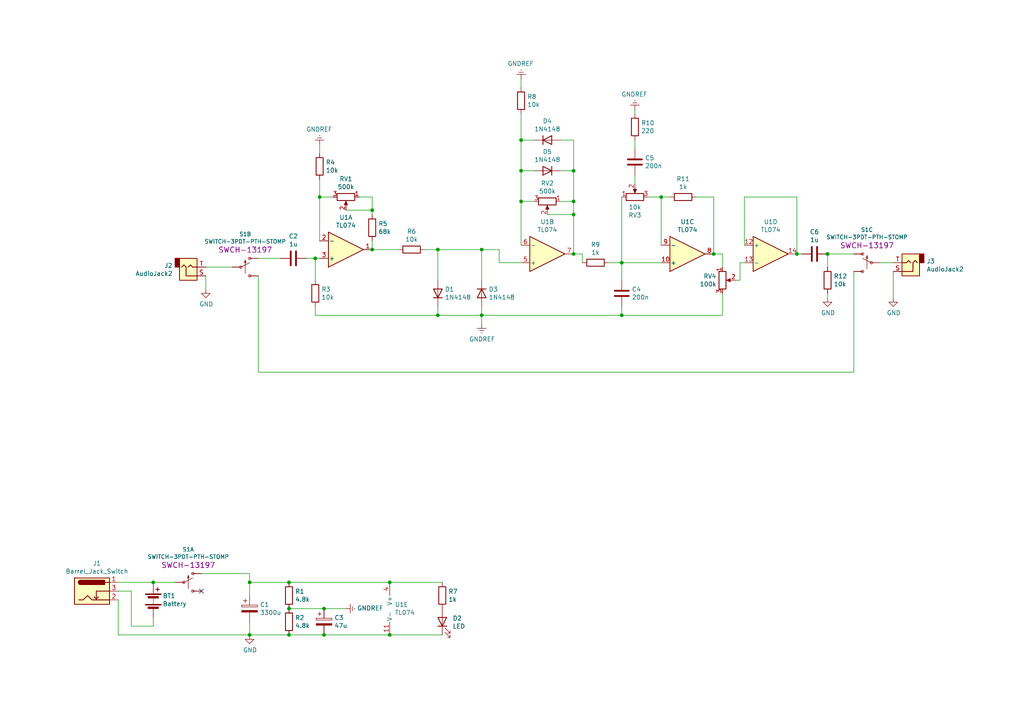
<source format=kicad_sch>
(kicad_sch (version 20230121) (generator eeschema)
  (paper "A4")
  (lib_symbols
    (symbol "Amplifier_Operational:TL074" (pin_names (offset 0.127))
      (property "Reference" "U" (at 0 5.08 0))
      (property "Value" "TL074" (at 0 -5.08 0))
      (symbol "TL074_1_1"
        (polyline (pts (xy -5.08 5.08) (xy 5.08 0) (xy -5.08 -5.08) (xy -5.08 5.08)) (stroke (width 0.254)) (fill (type background)))
        (pin output line (at 7.62 0 180) (length 2.54) (name "~") (number "1"))
        (pin input line (at -7.62 -2.54 0) (length 2.54) (name "-") (number "2"))
        (pin input line (at -7.62 2.54 0) (length 2.54) (name "+") (number "3"))
      )
      (symbol "TL074_2_1"
        (polyline (pts (xy -5.08 5.08) (xy 5.08 0) (xy -5.08 -5.08) (xy -5.08 5.08)) (stroke (width 0.254)) (fill (type background)))
        (pin input line (at -7.62 2.54 0) (length 2.54) (name "+") (number "5"))
        (pin input line (at -7.62 -2.54 0) (length 2.54) (name "-") (number "6"))
        (pin output line (at 7.62 0 180) (length 2.54) (name "~") (number "7"))
      )
      (symbol "TL074_3_1"
        (polyline (pts (xy -5.08 5.08) (xy 5.08 0) (xy -5.08 -5.08) (xy -5.08 5.08)) (stroke (width 0.254)) (fill (type background)))
        (pin input line (at -7.62 2.54 0) (length 2.54) (name "+") (number "10"))
        (pin output line (at 7.62 0 180) (length 2.54) (name "~") (number "8"))
        (pin input line (at -7.62 -2.54 0) (length 2.54) (name "-") (number "9"))
      )
      (symbol "TL074_4_1"
        (polyline (pts (xy -5.08 5.08) (xy 5.08 0) (xy -5.08 -5.08) (xy -5.08 5.08)) (stroke (width 0.254)) (fill (type background)))
        (pin input line (at -7.62 2.54 0) (length 2.54) (name "+") (number "12"))
        (pin input line (at -7.62 -2.54 0) (length 2.54) (name "-") (number "13"))
        (pin output line (at 7.62 0 180) (length 2.54) (name "~") (number "14"))
      )
      (symbol "TL074_5_1"
        (pin power_in line (at -2.54 -7.62 90) (length 3.81) (name "V-") (number "11"))
        (pin power_in line (at -2.54 7.62 270) (length 3.81) (name "V+") (number "4"))
      )
    )
    (symbol "Connector:Barrel_Jack_Switch" (pin_names hide)
      (property "Reference" "J" (at 0 5.334 0))
      (property "Value" "Barrel_Jack_Switch" (at 0 -5.08 0))
      (symbol "Barrel_Jack_Switch_0_1"
        (rectangle (start -5.08 3.81) (end 5.08 -3.81) (stroke (width 0.254)) (fill (type background)))
        (arc (start -3.302 3.175) (mid -3.9343 2.54) (end -3.302 1.905) (stroke (width 0.254)))
        (arc (start -3.302 3.175) (mid -3.9343 2.54) (end -3.302 1.905) (stroke (width 0.254)) (fill (type outline)))
        (polyline (pts (xy 1.27 -2.286) (xy 1.905 -1.651)) (stroke (width 0.254)))
        (polyline (pts (xy 5.08 2.54) (xy 3.81 2.54)) (stroke (width 0.254)))
        (polyline (pts (xy 5.08 0) (xy 1.27 0) (xy 1.27 -2.286) (xy 0.635 -1.651)) (stroke (width 0.254)))
        (polyline (pts (xy -3.81 -2.54) (xy -2.54 -2.54) (xy -1.27 -1.27) (xy 0 -2.54) (xy 2.54 -2.54) (xy 5.08 -2.54)) (stroke (width 0.254)))
        (rectangle (start 3.683 3.175) (end -3.302 1.905) (stroke (width 0.254)) (fill (type outline)))
      )
      (symbol "Barrel_Jack_Switch_1_1"
        (pin passive line (at 7.62 2.54 180) (length 2.54) (name "~") (number "1"))
        (pin passive line (at 7.62 -2.54 180) (length 2.54) (name "~") (number "2"))
        (pin passive line (at 7.62 0 180) (length 2.54) (name "~") (number "3"))
      )
    )
    (symbol "Device:Battery" (pin_numbers hide) (pin_names (offset 0) hide)
      (property "Reference" "BT" (at 2.54 2.54 0))
      (property "Value" "Battery" (at 2.54 0 0))
      (symbol "Battery_0_1"
        (rectangle (start -2.286 -1.27) (end 2.286 -1.524) (fill (type outline)))
        (rectangle (start -2.286 1.778) (end 2.286 1.524) (fill (type outline)))
        (rectangle (start -1.524 -2.032) (end 1.524 -2.54) (fill (type outline)))
        (rectangle (start -1.524 1.016) (end 1.524 0.508) (fill (type outline)))
        (polyline (pts (xy 0 -1.016) (xy 0 -0.762)))
        (polyline (pts (xy 0 -0.508) (xy 0 -0.254)))
        (polyline (pts (xy 0 0) (xy 0 0.254)))
        (polyline (pts (xy 0 1.778) (xy 0 2.54)))
        (polyline (pts (xy 0.762 3.048) (xy 1.778 3.048)) (stroke (width 0.254)))
        (polyline (pts (xy 1.27 3.556) (xy 1.27 2.54)) (stroke (width 0.254)))
      )
      (symbol "Battery_1_1"
        (pin passive line (at 0 5.08 270) (length 2.54) (name "+") (number "1"))
        (pin passive line (at 0 -5.08 90) (length 2.54) (name "-") (number "2"))
      )
    )
    (symbol "Device:C" (pin_numbers hide) (pin_names (offset 0.254))
      (property "Reference" "C" (at 0.635 2.54 0))
      (property "Value" "C" (at 0.635 -2.54 0))
      (symbol "C_0_1"
        (polyline (pts (xy -2.032 -0.762) (xy 2.032 -0.762)) (stroke (width 0.508)))
        (polyline (pts (xy -2.032 0.762) (xy 2.032 0.762)) (stroke (width 0.508)))
      )
      (symbol "C_1_1"
        (pin passive line (at 0 3.81 270) (length 2.794) (name "~") (number "1"))
        (pin passive line (at 0 -3.81 90) (length 2.794) (name "~") (number "2"))
      )
    )
    (symbol "Device:LED" (pin_numbers hide) (pin_names (offset 1.016) hide)
      (property "Reference" "D" (at 0 2.54 0))
      (property "Value" "LED" (at 0 -2.54 0))
      (symbol "LED_0_1"
        (polyline (pts (xy -1.27 -1.27) (xy -1.27 1.27)) (stroke (width 0.254)))
        (polyline (pts (xy -1.27 0) (xy 1.27 0)))
        (polyline (pts (xy 1.27 -1.27) (xy 1.27 1.27) (xy -1.27 0) (xy 1.27 -1.27)) (stroke (width 0.254)))
        (polyline (pts (xy -3.048 -0.762) (xy -4.572 -2.286) (xy -3.81 -2.286) (xy -4.572 -2.286) (xy -4.572 -1.524)))
        (polyline (pts (xy -1.778 -0.762) (xy -3.302 -2.286) (xy -2.54 -2.286) (xy -3.302 -2.286) (xy -3.302 -1.524)))
      )
      (symbol "LED_1_1"
        (pin passive line (at -3.81 0 0) (length 2.54) (name "K") (number "1"))
        (pin passive line (at 3.81 0 180) (length 2.54) (name "A") (number "2"))
      )
    )
    (symbol "Device:R" (pin_numbers hide) (pin_names (offset 0))
      (property "Reference" "R" (at 2.032 0 90))
      (property "Value" "R" (at 0 0 90))
      (symbol "R_0_1"
        (rectangle (start -1.016 -2.54) (end 1.016 2.54) (stroke (width 0.254)))
      )
      (symbol "R_1_1"
        (pin passive line (at 0 3.81 270) (length 1.27) (name "~") (number "1"))
        (pin passive line (at 0 -3.81 90) (length 1.27) (name "~") (number "2"))
      )
    )
    (symbol "Diode:1N4148" (pin_numbers hide) (pin_names hide)
      (property "Reference" "D" (at 0 2.54 0))
      (property "Value" "1N4148" (at 0 -2.54 0))
      (symbol "1N4148_0_1"
        (polyline (pts (xy -1.27 1.27) (xy -1.27 -1.27)) (stroke (width 0.254)))
        (polyline (pts (xy 1.27 0) (xy -1.27 0)))
        (polyline (pts (xy 1.27 1.27) (xy 1.27 -1.27) (xy -1.27 0) (xy 1.27 1.27)) (stroke (width 0.254)))
      )
      (symbol "1N4148_1_1"
        (pin passive line (at -3.81 0 0) (length 2.54) (name "K") (number "1"))
        (pin passive line (at 3.81 0 180) (length 2.54) (name "A") (number "2"))
      )
    )
    (symbol "diodedistortion-rescue:AudioJack2-Connector"
      (property "Reference" "J" (at 0 8.89 0))
      (property "Value" "Connector_AudioJack2" (at 0 6.35 0))
      (symbol "AudioJack2-Connector_0_1"
        (rectangle (start -3.81 0) (end -2.54 -2.54) (stroke (width 0.254)) (fill (type outline)))
        (rectangle (start -2.54 3.81) (end 2.54 -2.54) (stroke (width 0.254)) (fill (type background)))
        (polyline (pts (xy 0 0) (xy 0.635 -0.635) (xy 1.27 0) (xy 2.54 0)) (stroke (width 0.254)))
        (polyline (pts (xy 2.54 2.54) (xy -0.635 2.54) (xy -0.635 0) (xy -1.27 -0.635) (xy -1.905 0)) (stroke (width 0.254)))
      )
      (symbol "AudioJack2-Connector_1_1"
        (pin passive line (at 5.08 2.54 180) (length 2.54) (name "~") (number "S"))
        (pin passive line (at 5.08 0 180) (length 2.54) (name "~") (number "T"))
      )
    )
    (symbol "diodedistortion-rescue:CP-Device" (pin_numbers hide) (pin_names (offset 0.254))
      (property "Reference" "C" (at 0.635 2.54 0))
      (property "Value" "Device_CP" (at 0.635 -2.54 0))
      (symbol "CP-Device_0_1"
        (rectangle (start -2.286 0.508) (end 2.286 1.016))
        (polyline (pts (xy -1.778 2.286) (xy -0.762 2.286)))
        (polyline (pts (xy -1.27 2.794) (xy -1.27 1.778)))
        (rectangle (start 2.286 -0.508) (end -2.286 -1.016) (fill (type outline)))
      )
      (symbol "CP-Device_1_1"
        (pin passive line (at 0 3.81 270) (length 2.794) (name "~") (number "1"))
        (pin passive line (at 0 -3.81 90) (length 2.794) (name "~") (number "2"))
      )
    )
    (symbol "diodedistortion-rescue:R_POT-Device" (pin_names (offset 1.016) hide)
      (property "Reference" "RV" (at -4.445 0 90))
      (property "Value" "Device_R_POT" (at -2.54 0 90))
      (symbol "R_POT-Device_0_1"
        (polyline (pts (xy 2.54 0) (xy 1.524 0)))
        (polyline (pts (xy 1.143 0) (xy 2.286 0.508) (xy 2.286 -0.508) (xy 1.143 0)) (fill (type outline)))
        (rectangle (start 1.016 2.54) (end -1.016 -2.54) (stroke (width 0.254)))
      )
      (symbol "R_POT-Device_1_1"
        (pin passive line (at 0 3.81 270) (length 1.27) (name "1") (number "1"))
        (pin passive line (at 3.81 0 180) (length 1.27) (name "2") (number "2"))
        (pin passive line (at 0 -3.81 90) (length 1.27) (name "3") (number "3"))
      )
    )
    (symbol "diodedistortion-rescue:SWITCH-3PDT-PTH-STOMP-SparkFun-Switches" (pin_numbers hide) (pin_names (offset 1.016) hide)
      (property "Reference" "S" (at -5.08 3.81 0))
      (property "Value" "SparkFun-Switches_SWITCH-3PDT-PTH-STOMP" (at -5.08 -5.08 0))
      (property "Field4" "SWCH-13197" (at 0 7.62 0))
      (symbol "SWITCH-3PDT-PTH-STOMP-SparkFun-Switches_1_0"
        (polyline (pts (xy -2.54 0) (xy 0 1.27)))
        (polyline (pts (xy -1.27 -1.778) (xy -1.27 2.032)))
        (polyline (pts (xy 0 -2.54) (xy 0.635 -2.54)))
        (polyline (pts (xy 0 2.54) (xy 0.635 2.54)))
      )
      (symbol "SWITCH-3PDT-PTH-STOMP-SparkFun-Switches_1_1"
        (circle (center -2.54 0) (radius 0.3556))
        (circle (center 0 -2.54) (radius 0.3556))
        (polyline (pts (xy -1.27 2.032) (xy -1.524 1.27) (xy -1.016 1.27) (xy -1.27 2.032)) (fill (type background)))
        (circle (center 0 2.54) (radius 0.3556))
        (pin passive line (at 2.54 2.54 180) (length 2.54) (name "O") (number "P$1"))
        (pin passive line (at -5.08 0 0) (length 2.54) (name "P") (number "P$2"))
        (pin passive line (at 2.54 -2.54 180) (length 2.54) (name "S") (number "P$3"))
      )
      (symbol "SWITCH-3PDT-PTH-STOMP-SparkFun-Switches_2_0"
        (polyline (pts (xy -2.54 0) (xy 0 1.27)))
        (polyline (pts (xy -1.27 -1.778) (xy -1.27 2.032)))
        (polyline (pts (xy 0 -2.54) (xy 0.635 -2.54)))
        (polyline (pts (xy 0 2.54) (xy 0.635 2.54)))
      )
      (symbol "SWITCH-3PDT-PTH-STOMP-SparkFun-Switches_2_1"
        (circle (center -2.54 0) (radius 0.3556))
        (circle (center 0 -2.54) (radius 0.3556))
        (polyline (pts (xy -1.27 2.032) (xy -1.524 1.27) (xy -1.016 1.27) (xy -1.27 2.032)) (fill (type background)))
        (circle (center 0 2.54) (radius 0.3556))
        (pin passive line (at 2.54 2.54 180) (length 2.54) (name "O") (number "P$4"))
        (pin passive line (at -5.08 0 0) (length 2.54) (name "P") (number "P$5"))
        (pin passive line (at 2.54 -2.54 180) (length 2.54) (name "S") (number "P$6"))
      )
      (symbol "SWITCH-3PDT-PTH-STOMP-SparkFun-Switches_3_0"
        (polyline (pts (xy -2.54 0) (xy 0 1.27)))
        (polyline (pts (xy -1.27 -1.778) (xy -1.27 2.032)))
        (polyline (pts (xy 0 -2.54) (xy 0.635 -2.54)))
        (polyline (pts (xy 0 2.54) (xy 0.635 2.54)))
      )
      (symbol "SWITCH-3PDT-PTH-STOMP-SparkFun-Switches_3_1"
        (circle (center -2.54 0) (radius 0.3556))
        (circle (center 0 -2.54) (radius 0.3556))
        (polyline (pts (xy -1.27 2.032) (xy -1.524 1.27) (xy -1.016 1.27) (xy -1.27 2.032)) (fill (type background)))
        (circle (center 0 2.54) (radius 0.3556))
        (pin passive line (at 2.54 2.54 180) (length 2.54) (name "O") (number "P$7"))
        (pin passive line (at -5.08 0 0) (length 2.54) (name "P") (number "P$8"))
        (pin passive line (at 2.54 -2.54 180) (length 2.54) (name "S") (number "P$9"))
      )
    )
    (symbol "power:GND" (power) (pin_names (offset 0))
      (property "Value" "GND" (at 0 -3.81 0))
      (symbol "GND_0_1"
        (polyline (pts (xy 0 0) (xy 0 -1.27) (xy 1.27 -1.27) (xy 0 -2.54) (xy -1.27 -1.27) (xy 0 -1.27)))
      )
      (symbol "GND_1_1"
        (pin power_in line (at 0 0 270) (length 0) hide (name "GND") (number "1"))
      )
    )
    (symbol "power:GNDREF" (power) (pin_names (offset 0))
      (property "Value" "GNDREF" (at 0 -3.81 0))
      (symbol "GNDREF_0_1"
        (polyline (pts (xy -0.635 -1.905) (xy 0.635 -1.905)))
        (polyline (pts (xy -0.127 -2.54) (xy 0.127 -2.54)))
        (polyline (pts (xy 0 -1.27) (xy 0 0)))
        (polyline (pts (xy 1.27 -1.27) (xy -1.27 -1.27)))
      )
      (symbol "GNDREF_1_1"
        (pin power_in line (at 0 0 270) (length 0) hide (name "GNDREF") (number "1"))
      )
    )
  )
  (junction (at 83.82 184.15))
  (junction (at 113.03 168.91))
  (junction (at 139.7 91.44))
  (junction (at 180.34 91.44))
  (junction (at 127 91.44))
  (junction (at 127 72.39))
  (junction (at 151.13 58.42))
  (junction (at 207.01 73.66))
  (junction (at 72.39 168.91))
  (junction (at 151.13 49.53))
  (junction (at 180.34 76.2))
  (junction (at 191.77 57.15))
  (junction (at 107.95 60.96))
  (junction (at 93.98 176.53))
  (junction (at 72.39 184.15))
  (junction (at 44.45 168.91))
  (junction (at 151.13 40.64))
  (junction (at 91.44 74.93))
  (junction (at 166.37 58.42))
  (junction (at 166.37 62.23))
  (junction (at 83.82 176.53))
  (junction (at 240.03 73.66))
  (junction (at 166.37 49.53))
  (junction (at 107.95 72.39))
  (junction (at 113.03 184.15))
  (junction (at 83.82 168.91))
  (junction (at 139.7 72.39))
  (junction (at 231.14 73.66))
  (junction (at 93.98 184.15))
  (junction (at 166.37 73.66))
  (junction (at 92.71 57.15))
  (no_connect (at 58.42 171.45))
  (wire (pts (xy 34.29 173.99) (xy 34.29 184.15)))
  (wire (pts (xy 139.7 91.44) (xy 139.7 93.98)))
  (wire (pts (xy 127 91.44) (xy 127 88.9)))
  (wire (pts (xy 127 72.39) (xy 127 81.28)))
  (wire (pts (xy 166.37 40.64) (xy 166.37 49.53)))
  (wire (pts (xy 166.37 49.53) (xy 166.37 58.42)))
  (wire (pts (xy 144.78 72.39) (xy 144.78 76.2)))
  (wire (pts (xy 44.45 181.61) (xy 44.45 179.07)))
  (wire (pts (xy 207.01 73.66) (xy 209.55 73.66)))
  (wire (pts (xy 38.1 181.61) (xy 44.45 181.61)))
  (wire (pts (xy 184.15 53.34) (xy 184.15 50.8)))
  (wire (pts (xy 247.65 78.74) (xy 247.65 107.95)))
  (wire (pts (xy 93.98 184.15) (xy 83.82 184.15)))
  (wire (pts (xy 151.13 25.4) (xy 151.13 22.86)))
  (wire (pts (xy 139.7 72.39) (xy 144.78 72.39)))
  (wire (pts (xy 151.13 58.42) (xy 151.13 71.12)))
  (wire (pts (xy 162.56 40.64) (xy 166.37 40.64)))
  (wire (pts (xy 92.71 57.15) (xy 96.52 57.15)))
  (wire (pts (xy 207.01 57.15) (xy 207.01 73.66)))
  (wire (pts (xy 194.31 57.15) (xy 191.77 57.15)))
  (wire (pts (xy 123.19 72.39) (xy 127 72.39)))
  (wire (pts (xy 107.95 62.23) (xy 107.95 60.96)))
  (wire (pts (xy 144.78 76.2) (xy 151.13 76.2)))
  (wire (pts (xy 44.45 168.91) (xy 34.29 168.91)))
  (wire (pts (xy 104.14 57.15) (xy 107.95 57.15)))
  (wire (pts (xy 191.77 57.15) (xy 187.96 57.15)))
  (wire (pts (xy 74.93 80.01) (xy 74.93 107.95)))
  (wire (pts (xy 214.63 76.2) (xy 215.9 76.2)))
  (wire (pts (xy 38.1 171.45) (xy 38.1 181.61)))
  (wire (pts (xy 100.33 60.96) (xy 107.95 60.96)))
  (wire (pts (xy 232.41 73.66) (xy 231.14 73.66)))
  (wire (pts (xy 92.71 57.15) (xy 92.71 69.85)))
  (wire (pts (xy 259.08 78.74) (xy 259.08 86.36)))
  (wire (pts (xy 83.82 176.53) (xy 93.98 176.53)))
  (wire (pts (xy 139.7 91.44) (xy 180.34 91.44)))
  (wire (pts (xy 83.82 168.91) (xy 113.03 168.91)))
  (wire (pts (xy 166.37 62.23) (xy 166.37 73.66)))
  (wire (pts (xy 154.94 49.53) (xy 151.13 49.53)))
  (wire (pts (xy 74.93 107.95) (xy 247.65 107.95)))
  (wire (pts (xy 151.13 49.53) (xy 151.13 40.64)))
  (wire (pts (xy 88.9 74.93) (xy 91.44 74.93)))
  (wire (pts (xy 166.37 58.42) (xy 166.37 62.23)))
  (wire (pts (xy 162.56 58.42) (xy 166.37 58.42)))
  (wire (pts (xy 92.71 44.45) (xy 92.71 41.91)))
  (wire (pts (xy 176.53 76.2) (xy 180.34 76.2)))
  (wire (pts (xy 215.9 57.15) (xy 215.9 71.12)))
  (wire (pts (xy 240.03 73.66) (xy 247.65 73.66)))
  (wire (pts (xy 154.94 40.64) (xy 151.13 40.64)))
  (wire (pts (xy 209.55 73.66) (xy 209.55 77.47)))
  (wire (pts (xy 168.91 73.66) (xy 168.91 76.2)))
  (wire (pts (xy 72.39 184.15) (xy 83.82 184.15)))
  (wire (pts (xy 128.27 168.91) (xy 113.03 168.91)))
  (wire (pts (xy 139.7 88.9) (xy 139.7 91.44)))
  (wire (pts (xy 180.34 88.9) (xy 180.34 91.44)))
  (wire (pts (xy 201.93 57.15) (xy 207.01 57.15)))
  (wire (pts (xy 213.36 81.28) (xy 214.63 81.28)))
  (wire (pts (xy 72.39 166.37) (xy 72.39 168.91)))
  (wire (pts (xy 154.94 58.42) (xy 151.13 58.42)))
  (wire (pts (xy 259.08 76.2) (xy 255.27 76.2)))
  (wire (pts (xy 58.42 166.37) (xy 72.39 166.37)))
  (wire (pts (xy 127 91.44) (xy 91.44 91.44)))
  (wire (pts (xy 81.28 74.93) (xy 74.93 74.93)))
  (wire (pts (xy 72.39 180.34) (xy 72.39 184.15)))
  (wire (pts (xy 209.55 91.44) (xy 209.55 85.09)))
  (wire (pts (xy 215.9 57.15) (xy 231.14 57.15)))
  (wire (pts (xy 162.56 49.53) (xy 166.37 49.53)))
  (wire (pts (xy 151.13 49.53) (xy 151.13 58.42)))
  (wire (pts (xy 91.44 74.93) (xy 91.44 81.28)))
  (wire (pts (xy 139.7 72.39) (xy 139.7 81.28)))
  (wire (pts (xy 184.15 33.02) (xy 184.15 31.75)))
  (wire (pts (xy 72.39 168.91) (xy 83.82 168.91)))
  (wire (pts (xy 180.34 57.15) (xy 180.34 76.2)))
  (wire (pts (xy 93.98 184.15) (xy 113.03 184.15)))
  (wire (pts (xy 151.13 33.02) (xy 151.13 40.64)))
  (wire (pts (xy 180.34 81.28) (xy 180.34 76.2)))
  (wire (pts (xy 107.95 57.15) (xy 107.95 60.96)))
  (wire (pts (xy 240.03 86.36) (xy 240.03 85.09)))
  (wire (pts (xy 139.7 91.44) (xy 127 91.44)))
  (wire (pts (xy 93.98 176.53) (xy 100.33 176.53)))
  (wire (pts (xy 158.75 62.23) (xy 166.37 62.23)))
  (wire (pts (xy 107.95 72.39) (xy 115.57 72.39)))
  (wire (pts (xy 231.14 57.15) (xy 231.14 73.66)))
  (wire (pts (xy 180.34 91.44) (xy 209.55 91.44)))
  (wire (pts (xy 191.77 71.12) (xy 191.77 57.15)))
  (wire (pts (xy 240.03 77.47) (xy 240.03 73.66)))
  (wire (pts (xy 191.77 76.2) (xy 180.34 76.2)))
  (wire (pts (xy 72.39 172.72) (xy 72.39 168.91)))
  (wire (pts (xy 128.27 184.15) (xy 113.03 184.15)))
  (wire (pts (xy 92.71 57.15) (xy 92.71 52.07)))
  (wire (pts (xy 59.69 80.01) (xy 59.69 83.82)))
  (wire (pts (xy 34.29 171.45) (xy 38.1 171.45)))
  (wire (pts (xy 91.44 74.93) (xy 92.71 74.93)))
  (wire (pts (xy 214.63 81.28) (xy 214.63 76.2)))
  (wire (pts (xy 91.44 91.44) (xy 91.44 88.9)))
  (wire (pts (xy 107.95 72.39) (xy 107.95 69.85)))
  (wire (pts (xy 34.29 184.15) (xy 72.39 184.15)))
  (wire (pts (xy 127 72.39) (xy 139.7 72.39)))
  (wire (pts (xy 50.8 168.91) (xy 44.45 168.91)))
  (wire (pts (xy 184.15 43.18) (xy 184.15 40.64)))
  (wire (pts (xy 67.31 77.47) (xy 59.69 77.47)))
  (wire (pts (xy 166.37 73.66) (xy 168.91 73.66)))
  (symbol (lib_id "Amplifier_Operational:TL074") (at 100.33 72.39 0) (mirror x) (unit 1)
    (property "Reference" "U1" (at 100.33 63.0682 0))
    (property "Value" "TL074" (at 100.33 65.3796 0))
    (property "Footprint" "Package_DIP:DIP-14_W7.62mm_Socket_LongPads" (effects hide))
    (property "Datasheet" "http://www.ti.com/lit/ds/symlink/tl071.pdf" (effects hide))
  )
  (symbol (lib_id "Amplifier_Operational:TL074") (at 115.57 176.53 0) (unit 5)
    (property "Reference" "U1" (at 114.5032 175.3616 0) (effects (justify left)))
    (property "Value" "TL074" (at 114.5032 177.673 0) (effects (justify left)))
    (property "Footprint" "Package_DIP:DIP-14_W7.62mm_Socket_LongPads" (effects hide))
    (property "Datasheet" "http://www.ti.com/lit/ds/symlink/tl071.pdf" (effects hide))
  )
  (symbol (lib_id "Device:C") (at 85.09 74.93 270) (unit 1)
    (property "Reference" "C2" (at 85.09 68.5292 90))
    (property "Value" "1u" (at 85.09 70.8406 90))
    (property "Footprint" "Capacitor_THT:C_Rect_L7.2mm_W2.5mm_P5.00mm_FKS2_FKP2_MKS2_MKP2" (effects hide))
  )
  (symbol (lib_id "diodedistortion-rescue:R_POT-Device") (at 100.33 57.15 270) (unit 1)
    (property "Reference" "RV1" (at 100.33 51.8922 90))
    (property "Value" "500k" (at 100.33 54.2036 90))
    (property "Footprint" "Potentiometer_THT:Potentiometer_Alps_RK09K_Single_Vertical" (effects hide))
  )
  (symbol (lib_id "Device:R") (at 151.13 29.21 0) (unit 1)
    (property "Reference" "R8" (at 152.908 28.0416 0) (effects (justify left)))
    (property "Value" "10k" (at 152.908 30.353 0) (effects (justify left)))
    (property "Footprint" "Resistor_THT:R_Axial_DIN0204_L3.6mm_D1.6mm_P7.62mm_Horizontal" (effects hide))
  )
  (symbol (lib_id "Amplifier_Operational:TL074") (at 158.75 73.66 0) (mirror x) (unit 2)
    (property "Reference" "U1" (at 158.75 64.3382 0))
    (property "Value" "TL074" (at 158.75 66.6496 0))
    (property "Footprint" "Package_DIP:DIP-14_W7.62mm_Socket_LongPads" (effects hide))
    (property "Datasheet" "http://www.ti.com/lit/ds/symlink/tl071.pdf" (effects hide))
  )
  (symbol (lib_id "Diode:1N4148") (at 158.75 40.64 0) (unit 1)
    (property "Reference" "D4" (at 158.75 35.1282 0))
    (property "Value" "1N4148" (at 158.75 37.4396 0))
    (property "Footprint" "Diode_THT:D_DO-35_SOD27_P7.62mm_Horizontal" (effects hide))
    (property "Datasheet" "https://assets.nexperia.com/documents/data-sheet/1N4148_1N4448.pdf" (effects hide))
  )
  (symbol (lib_id "Diode:1N4148") (at 158.75 49.53 180) (unit 1)
    (property "Reference" "D5" (at 158.75 44.0182 0))
    (property "Value" "1N4148" (at 158.75 46.3296 0))
    (property "Footprint" "Diode_THT:D_DO-35_SOD27_P7.62mm_Horizontal" (effects hide))
    (property "Datasheet" "https://assets.nexperia.com/documents/data-sheet/1N4148_1N4448.pdf" (effects hide))
  )
  (symbol (lib_id "Device:R") (at 92.71 48.26 0) (unit 1)
    (property "Reference" "R4" (at 94.488 47.0916 0) (effects (justify left)))
    (property "Value" "10k" (at 94.488 49.403 0) (effects (justify left)))
    (property "Footprint" "Resistor_THT:R_Axial_DIN0204_L3.6mm_D1.6mm_P7.62mm_Horizontal" (effects hide))
  )
  (symbol (lib_id "diodedistortion-rescue:R_POT-Device") (at 158.75 58.42 270) (unit 1)
    (property "Reference" "RV2" (at 158.75 53.1622 90))
    (property "Value" "500k" (at 158.75 55.4736 90))
    (property "Footprint" "Potentiometer_THT:Potentiometer_Alps_RK09K_Single_Vertical" (effects hide))
  )
  (symbol (lib_id "Amplifier_Operational:TL074") (at 199.39 73.66 0) (mirror x) (unit 3)
    (property "Reference" "U1" (at 199.39 64.3382 0))
    (property "Value" "TL074" (at 199.39 66.6496 0))
    (property "Footprint" "Package_DIP:DIP-14_W7.62mm_Socket_LongPads" (effects hide))
    (property "Datasheet" "http://www.ti.com/lit/ds/symlink/tl071.pdf" (effects hide))
  )
  (symbol (lib_id "Diode:1N4148") (at 127 85.09 90) (unit 1)
    (property "Reference" "D1" (at 129.032 83.9216 90) (effects (justify right)))
    (property "Value" "1N4148" (at 129.032 86.233 90) (effects (justify right)))
    (property "Footprint" "Diode_THT:D_DO-35_SOD27_P7.62mm_Horizontal" (effects hide))
    (property "Datasheet" "https://assets.nexperia.com/documents/data-sheet/1N4148_1N4448.pdf" (effects hide))
  )
  (symbol (lib_id "Diode:1N4148") (at 139.7 85.09 270) (unit 1)
    (property "Reference" "D3" (at 141.732 83.9216 90) (effects (justify left)))
    (property "Value" "1N4148" (at 141.732 86.233 90) (effects (justify left)))
    (property "Footprint" "Diode_THT:D_DO-35_SOD27_P7.62mm_Horizontal" (effects hide))
    (property "Datasheet" "https://assets.nexperia.com/documents/data-sheet/1N4148_1N4448.pdf" (effects hide))
  )
  (symbol (lib_id "Device:C") (at 180.34 85.09 0) (unit 1)
    (property "Reference" "C4" (at 183.261 83.9216 0) (effects (justify left)))
    (property "Value" "200n" (at 183.261 86.233 0) (effects (justify left)))
    (property "Footprint" "Capacitor_THT:C_Rect_L7.2mm_W2.5mm_P5.00mm_FKS2_FKP2_MKS2_MKP2" (effects hide))
  )
  (symbol (lib_id "diodedistortion-rescue:R_POT-Device") (at 184.15 57.15 90) (unit 1)
    (property "Reference" "RV3" (at 184.15 62.4078 90))
    (property "Value" "10k" (at 184.15 60.0964 90))
    (property "Footprint" "Potentiometer_THT:Potentiometer_Alps_RK09K_Single_Vertical" (effects hide))
  )
  (symbol (lib_id "diodedistortion-rescue:CP-Device") (at 93.98 180.34 0) (unit 1)
    (property "Reference" "C3" (at 96.9772 179.1716 0) (effects (justify left)))
    (property "Value" "47u" (at 96.9772 181.483 0) (effects (justify left)))
    (property "Footprint" "Capacitor_THT:CP_Radial_D8.0mm_P5.00mm" (effects hide))
  )
  (symbol (lib_id "Device:R") (at 119.38 72.39 270) (unit 1)
    (property "Reference" "R6" (at 119.38 67.1322 90))
    (property "Value" "10k" (at 119.38 69.4436 90))
    (property "Footprint" "Resistor_THT:R_Axial_DIN0204_L3.6mm_D1.6mm_P7.62mm_Horizontal" (effects hide))
  )
  (symbol (lib_id "Connector:Barrel_Jack_Switch") (at 26.67 171.45 0) (unit 1)
    (property "Reference" "J1" (at 28.1178 163.3982 0))
    (property "Value" "Barrel_Jack_Switch" (at 28.1178 165.7096 0))
    (property "Footprint" "Connector_BarrelJack:BarrelJack_Horizontal" (effects hide))
  )
  (symbol (lib_id "Device:Battery") (at 44.45 173.99 0) (unit 1)
    (property "Reference" "BT1" (at 47.1932 172.8216 0) (effects (justify left)))
    (property "Value" "Battery" (at 47.1932 175.133 0) (effects (justify left)))
    (property "Footprint" "Connectors:1X02" (effects hide))
  )
  (symbol (lib_id "Device:R") (at 83.82 172.72 0) (unit 1)
    (property "Reference" "R1" (at 85.598 171.5516 0) (effects (justify left)))
    (property "Value" "4.8k" (at 85.598 173.863 0) (effects (justify left)))
    (property "Footprint" "Resistor_THT:R_Axial_DIN0204_L3.6mm_D1.6mm_P7.62mm_Horizontal" (effects hide))
  )
  (symbol (lib_id "Device:R") (at 83.82 180.34 0) (unit 1)
    (property "Reference" "R2" (at 85.598 179.1716 0) (effects (justify left)))
    (property "Value" "4.8k" (at 85.598 181.483 0) (effects (justify left)))
    (property "Footprint" "Resistor_THT:R_Axial_DIN0204_L3.6mm_D1.6mm_P7.62mm_Horizontal" (effects hide))
  )
  (symbol (lib_id "diodedistortion-rescue:CP-Device") (at 72.39 176.53 0) (unit 1)
    (property "Reference" "C1" (at 75.3872 175.3616 0) (effects (justify left)))
    (property "Value" "3300u" (at 75.3872 177.673 0) (effects (justify left)))
    (property "Footprint" "Capacitor_THT:CP_Radial_D13.0mm_P5.00mm" (effects hide))
  )
  (symbol (lib_id "Device:LED") (at 128.27 180.34 90) (unit 1)
    (property "Reference" "D2" (at 131.2672 179.3494 90) (effects (justify right)))
    (property "Value" "LED" (at 131.2672 181.6608 90) (effects (justify right)))
    (property "Footprint" "LED_THT:LED_D3.0mm" (effects hide))
  )
  (symbol (lib_id "Device:R") (at 128.27 172.72 0) (unit 1)
    (property "Reference" "R7" (at 130.048 171.5516 0) (effects (justify left)))
    (property "Value" "1k" (at 130.048 173.863 0) (effects (justify left)))
    (property "Footprint" "Resistor_THT:R_Axial_DIN0204_L3.6mm_D1.6mm_P7.62mm_Horizontal" (effects hide))
  )
  (symbol (lib_id "diodedistortion-rescue:SWITCH-3PDT-PTH-STOMP-SparkFun-Switches") (at 55.88 168.91 0) (unit 1)
    (property "Reference" "S1" (at 54.61 159.3596 0) (effects (font (size 1.143 1.143))))
    (property "Value" "SWITCH-3PDT-PTH-STOMP" (at 54.61 161.4932 0) (effects (font (size 1.143 1.143))))
    (property "Footprint" "Eurorack:3PDT_Small" (effects hide))
    (property "Field4" "SWCH-13197" (at 54.61 163.9062 0) (effects (font (size 1.524 1.524))))
  )
  (symbol (lib_id "diodedistortion-rescue:SWITCH-3PDT-PTH-STOMP-SparkFun-Switches") (at 72.39 77.47 0) (unit 2)
    (property "Reference" "S1" (at 71.12 67.9196 0) (effects (font (size 1.143 1.143))))
    (property "Value" "SWITCH-3PDT-PTH-STOMP" (at 71.12 70.0532 0) (effects (font (size 1.143 1.143))))
    (property "Footprint" "Eurorack:3PDT_Small" (effects hide))
    (property "Field4" "SWCH-13197" (at 71.12 72.4662 0) (effects (font (size 1.524 1.524))))
  )
  (symbol (lib_id "diodedistortion-rescue:SWITCH-3PDT-PTH-STOMP-SparkFun-Switches") (at 250.19 76.2 0) (mirror y) (unit 3)
    (property "Reference" "S1" (at 251.46 66.6496 0) (effects (font (size 1.143 1.143))))
    (property "Value" "SWITCH-3PDT-PTH-STOMP" (at 251.46 68.7832 0) (effects (font (size 1.143 1.143))))
    (property "Footprint" "Eurorack:3PDT_Small" (effects hide))
    (property "Field4" "SWCH-13197" (at 251.46 71.1962 0) (effects (font (size 1.524 1.524))))
  )
  (symbol (lib_id "Amplifier_Operational:TL074") (at 223.52 73.66 0) (unit 4)
    (property "Reference" "U1" (at 223.52 64.3382 0))
    (property "Value" "TL074" (at 223.52 66.6496 0))
    (property "Footprint" "Package_DIP:DIP-14_W7.62mm_Socket_LongPads" (effects hide))
    (property "Datasheet" "http://www.ti.com/lit/ds/symlink/tl071.pdf" (effects hide))
  )
  (symbol (lib_id "Device:C") (at 184.15 46.99 0) (unit 1)
    (property "Reference" "C5" (at 187.071 45.8216 0) (effects (justify left)))
    (property "Value" "200n" (at 187.071 48.133 0) (effects (justify left)))
    (property "Footprint" "Capacitor_THT:C_Rect_L7.2mm_W2.5mm_P5.00mm_FKS2_FKP2_MKS2_MKP2" (effects hide))
  )
  (symbol (lib_id "Device:R") (at 184.15 36.83 0) (unit 1)
    (property "Reference" "R10" (at 185.928 35.6616 0) (effects (justify left)))
    (property "Value" "220" (at 185.928 37.973 0) (effects (justify left)))
    (property "Footprint" "Resistor_THT:R_Axial_DIN0204_L3.6mm_D1.6mm_P7.62mm_Horizontal" (effects hide))
  )
  (symbol (lib_id "Device:R") (at 198.12 57.15 270) (unit 1)
    (property "Reference" "R11" (at 198.12 51.8922 90))
    (property "Value" "1k" (at 198.12 54.2036 90))
    (property "Footprint" "Resistor_THT:R_Axial_DIN0204_L3.6mm_D1.6mm_P7.62mm_Horizontal" (effects hide))
  )
  (symbol (lib_id "Device:C") (at 236.22 73.66 270) (unit 1)
    (property "Reference" "C6" (at 236.22 67.2592 90))
    (property "Value" "1u" (at 236.22 69.5706 90))
    (property "Footprint" "Capacitor_THT:C_Rect_L7.2mm_W2.5mm_P5.00mm_FKS2_FKP2_MKS2_MKP2" (effects hide))
  )
  (symbol (lib_id "Device:R") (at 91.44 85.09 0) (unit 1)
    (property "Reference" "R3" (at 93.218 83.9216 0) (effects (justify left)))
    (property "Value" "10k" (at 93.218 86.233 0) (effects (justify left)))
    (property "Footprint" "Resistor_THT:R_Axial_DIN0204_L3.6mm_D1.6mm_P7.62mm_Horizontal" (effects hide))
  )
  (symbol (lib_id "Device:R") (at 107.95 66.04 0) (unit 1)
    (property "Reference" "R5" (at 109.728 64.8716 0) (effects (justify left)))
    (property "Value" "68k" (at 109.728 67.183 0) (effects (justify left)))
    (property "Footprint" "Resistor_THT:R_Axial_DIN0204_L3.6mm_D1.6mm_P7.62mm_Horizontal" (effects hide))
  )
  (symbol (lib_id "Device:R") (at 172.72 76.2 270) (unit 1)
    (property "Reference" "R9" (at 172.72 70.9422 90))
    (property "Value" "1k" (at 172.72 73.2536 90))
    (property "Footprint" "Resistor_THT:R_Axial_DIN0204_L3.6mm_D1.6mm_P7.62mm_Horizontal" (effects hide))
  )
  (symbol (lib_id "power:GND") (at 72.39 184.15 0) (unit 1)
    (property "Reference" "#PWR0101" (effects hide))
    (property "Value" "GND" (at 72.517 188.5442 0))
  )
  (symbol (lib_id "power:GNDREF") (at 139.7 93.98 0) (unit 1)
    (property "Reference" "#PWR04" (effects hide))
    (property "Value" "GNDREF" (at 139.827 98.3742 0))
  )
  (symbol (lib_id "power:GNDREF") (at 92.71 41.91 180) (unit 1)
    (property "Reference" "#PWR?" (effects hide))
    (property "Value" "GNDREF" (at 92.583 37.5158 0))
  )
  (symbol (lib_id "power:GNDREF") (at 151.13 22.86 180) (unit 1)
    (property "Reference" "#PWR?" (effects hide))
    (property "Value" "GNDREF" (at 151.003 18.4658 0))
  )
  (symbol (lib_id "power:GNDREF") (at 184.15 31.75 180) (unit 1)
    (property "Reference" "#PWR?" (effects hide))
    (property "Value" "GNDREF" (at 184.023 27.3558 0))
  )
  (symbol (lib_id "power:GNDREF") (at 100.33 176.53 90) (unit 1)
    (property "Reference" "#PWR03" (effects hide))
    (property "Value" "GNDREF" (at 103.5812 176.403 90) (effects (justify right)))
  )
  (symbol (lib_id "diodedistortion-rescue:AudioJack2-Connector") (at 54.61 77.47 0) (mirror x) (unit 1)
    (property "Reference" "J2" (at 50.0634 77.0382 0) (effects (justify right)))
    (property "Value" "AudioJack2" (at 50.0634 79.3496 0) (effects (justify right)))
    (property "Footprint" "Eurorack:Jack 6.35mm PJ603" (effects hide))
  )
  (symbol (lib_id "diodedistortion-rescue:AudioJack2-Connector") (at 264.16 76.2 180) (unit 1)
    (property "Reference" "J3" (at 268.732 75.7682 0) (effects (justify right)))
    (property "Value" "AudioJack2" (at 268.732 78.0796 0) (effects (justify right)))
    (property "Footprint" "Eurorack:Jack 6.35mm PJ603" (effects hide))
  )
  (symbol (lib_id "power:GND") (at 259.08 86.36 0) (unit 1)
    (property "Reference" "#PWR08" (effects hide))
    (property "Value" "GND" (at 259.207 90.7542 0))
  )
  (symbol (lib_id "power:GND") (at 59.69 83.82 0) (unit 1)
    (property "Reference" "#PWR01" (effects hide))
    (property "Value" "GND" (at 59.817 88.2142 0))
  )
  (symbol (lib_id "diodedistortion-rescue:R_POT-Device") (at 209.55 81.28 0) (unit 1)
    (property "Reference" "RV4" (at 207.7974 80.1116 0) (effects (justify right)))
    (property "Value" "100k" (at 207.7974 82.423 0) (effects (justify right)))
    (property "Footprint" "Potentiometer_THT:Potentiometer_Bourns_3386P_Vertical" (effects hide))
  )
  (symbol (lib_id "Device:R") (at 240.03 81.28 0) (unit 1)
    (property "Reference" "R12" (at 241.808 80.1116 0) (effects (justify left)))
    (property "Value" "10k" (at 241.808 82.423 0) (effects (justify left)))
    (property "Footprint" "Resistor_THT:R_Axial_DIN0204_L3.6mm_D1.6mm_P7.62mm_Horizontal" (effects hide))
  )
  (symbol (lib_id "power:GND") (at 240.03 86.36 0) (unit 1)
    (property "Reference" "#PWR07" (effects hide))
    (property "Value" "GND" (at 240.157 90.7542 0))
  )
)
</source>
